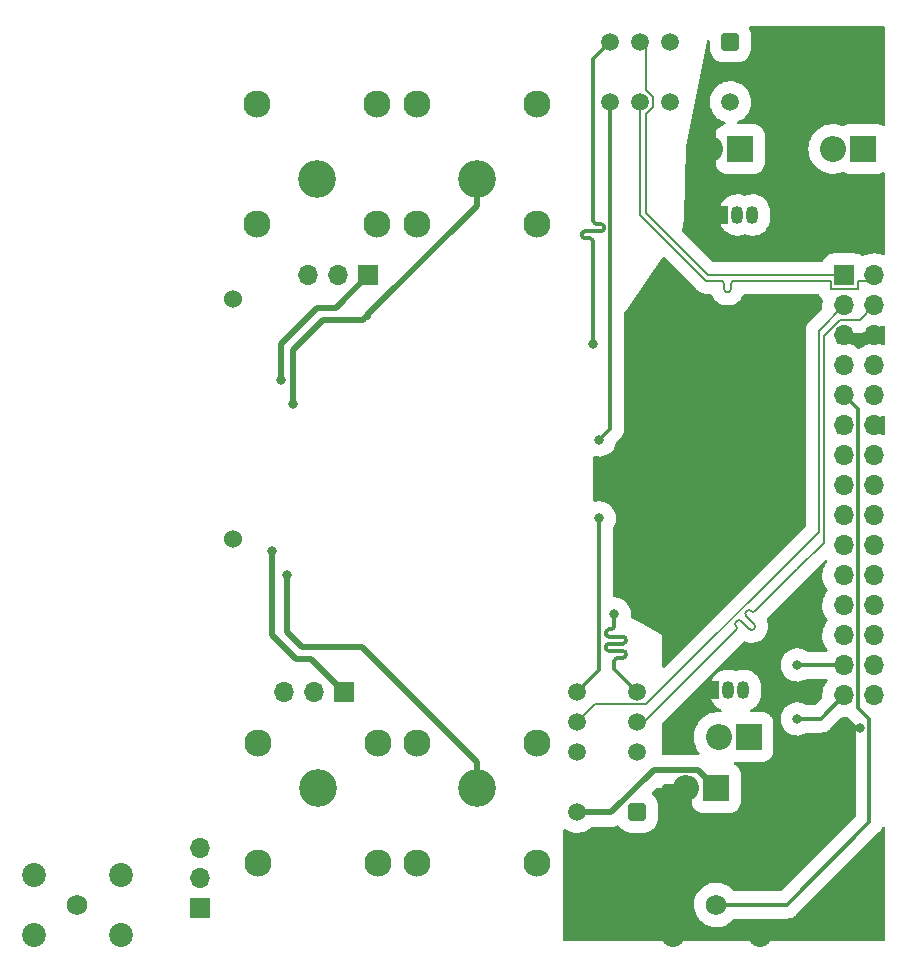
<source format=gbl>
%TF.GenerationSoftware,KiCad,Pcbnew,(6.0.9-0)*%
%TF.CreationDate,2023-03-20T13:18:36-04:00*%
%TF.ProjectId,dad_bod_02,6461645f-626f-4645-9f30-322e6b696361,rev?*%
%TF.SameCoordinates,Original*%
%TF.FileFunction,Copper,L2,Bot*%
%TF.FilePolarity,Positive*%
%FSLAX46Y46*%
G04 Gerber Fmt 4.6, Leading zero omitted, Abs format (unit mm)*
G04 Created by KiCad (PCBNEW (6.0.9-0)) date 2023-03-20 13:18:36*
%MOMM*%
%LPD*%
G01*
G04 APERTURE LIST*
G04 Aperture macros list*
%AMRoundRect*
0 Rectangle with rounded corners*
0 $1 Rounding radius*
0 $2 $3 $4 $5 $6 $7 $8 $9 X,Y pos of 4 corners*
0 Add a 4 corners polygon primitive as box body*
4,1,4,$2,$3,$4,$5,$6,$7,$8,$9,$2,$3,0*
0 Add four circle primitives for the rounded corners*
1,1,$1+$1,$2,$3*
1,1,$1+$1,$4,$5*
1,1,$1+$1,$6,$7*
1,1,$1+$1,$8,$9*
0 Add four rect primitives between the rounded corners*
20,1,$1+$1,$2,$3,$4,$5,0*
20,1,$1+$1,$4,$5,$6,$7,0*
20,1,$1+$1,$6,$7,$8,$9,0*
20,1,$1+$1,$8,$9,$2,$3,0*%
G04 Aperture macros list end*
%TA.AperFunction,ComponentPad*%
%ADD10C,1.524000*%
%TD*%
%TA.AperFunction,ComponentPad*%
%ADD11R,2.200000X2.200000*%
%TD*%
%TA.AperFunction,ComponentPad*%
%ADD12O,2.200000X2.200000*%
%TD*%
%TA.AperFunction,ComponentPad*%
%ADD13C,3.200000*%
%TD*%
%TA.AperFunction,ComponentPad*%
%ADD14C,2.300000*%
%TD*%
%TA.AperFunction,ComponentPad*%
%ADD15C,1.755000*%
%TD*%
%TA.AperFunction,ComponentPad*%
%ADD16C,2.025000*%
%TD*%
%TA.AperFunction,ComponentPad*%
%ADD17R,1.700000X1.700000*%
%TD*%
%TA.AperFunction,ComponentPad*%
%ADD18O,1.700000X1.700000*%
%TD*%
%TA.AperFunction,ComponentPad*%
%ADD19RoundRect,0.250500X-0.499500X0.499500X-0.499500X-0.499500X0.499500X-0.499500X0.499500X0.499500X0*%
%TD*%
%TA.AperFunction,ComponentPad*%
%ADD20C,1.500000*%
%TD*%
%TA.AperFunction,ComponentPad*%
%ADD21RoundRect,0.250500X0.499500X0.499500X-0.499500X0.499500X-0.499500X-0.499500X0.499500X-0.499500X0*%
%TD*%
%TA.AperFunction,ComponentPad*%
%ADD22R,1.050000X1.500000*%
%TD*%
%TA.AperFunction,ComponentPad*%
%ADD23O,1.050000X1.500000*%
%TD*%
%TA.AperFunction,ViaPad*%
%ADD24C,0.800000*%
%TD*%
%TA.AperFunction,Conductor*%
%ADD25C,0.500000*%
%TD*%
%TA.AperFunction,Conductor*%
%ADD26C,0.300000*%
%TD*%
%TA.AperFunction,Conductor*%
%ADD27C,0.200000*%
%TD*%
G04 APERTURE END LIST*
D10*
X113538000Y-107696000D03*
X113538000Y-87376000D03*
D11*
X166878000Y-74676000D03*
D12*
X164338000Y-74676000D03*
D11*
X157170234Y-124460000D03*
D12*
X154630234Y-124460000D03*
D11*
X156464000Y-74676000D03*
D12*
X153924000Y-74676000D03*
D11*
X154432000Y-128778000D03*
D12*
X151892000Y-128778000D03*
D13*
X134132000Y-77256000D03*
D14*
X139212000Y-81056000D03*
X139212000Y-70896000D03*
X129052000Y-81056000D03*
X129052000Y-70896000D03*
D13*
X120650000Y-77256000D03*
D14*
X125730000Y-70896000D03*
X125730000Y-81056000D03*
X115570000Y-81056000D03*
X115570000Y-70896000D03*
D13*
X134132000Y-128808000D03*
D14*
X139212000Y-125008000D03*
X129052000Y-125008000D03*
X129052000Y-135168000D03*
X139212000Y-135168000D03*
D13*
X120670000Y-128808000D03*
D14*
X115590000Y-135168000D03*
X125750000Y-135168000D03*
X115590000Y-125008000D03*
X125750000Y-125008000D03*
D15*
X100330000Y-138684000D03*
D16*
X104030000Y-141224000D03*
X104030000Y-136144000D03*
X96630000Y-136144000D03*
X96630000Y-141224000D03*
D17*
X124953000Y-85384000D03*
D18*
X122413000Y-85384000D03*
X119873000Y-85384000D03*
D17*
X122936000Y-120650000D03*
D18*
X120396000Y-120650000D03*
X117856000Y-120650000D03*
D19*
X155629500Y-65604500D03*
D20*
X150549500Y-65604500D03*
X148009500Y-65604500D03*
X145469500Y-65604500D03*
X145469500Y-70684500D03*
X148009500Y-70684500D03*
X150549500Y-70684500D03*
X155629500Y-70684500D03*
D21*
X147755500Y-130810000D03*
D20*
X147755500Y-125730000D03*
X147755500Y-123190000D03*
X147755500Y-120650000D03*
X142675500Y-120650000D03*
X142675500Y-123190000D03*
X142675500Y-125730000D03*
X142675500Y-130810000D03*
D22*
X154940000Y-80264000D03*
D23*
X156210000Y-80264000D03*
X157480000Y-80264000D03*
D22*
X154178000Y-120502000D03*
D23*
X155448000Y-120502000D03*
X156718000Y-120502000D03*
D17*
X110744000Y-138938000D03*
D18*
X110744000Y-136398000D03*
X110744000Y-133858000D03*
D17*
X165257500Y-85374000D03*
D18*
X167797500Y-85374000D03*
X165257500Y-87914000D03*
X167797500Y-87914000D03*
X165257500Y-90454000D03*
X167797500Y-90454000D03*
X165257500Y-92994000D03*
X167797500Y-92994000D03*
X165257500Y-95534000D03*
X167797500Y-95534000D03*
X165257500Y-98074000D03*
X167797500Y-98074000D03*
X165257500Y-100614000D03*
X167797500Y-100614000D03*
X165257500Y-103154000D03*
X167797500Y-103154000D03*
X165257500Y-105694000D03*
X167797500Y-105694000D03*
X165257500Y-108234000D03*
X167797500Y-108234000D03*
X165257500Y-110774000D03*
X167797500Y-110774000D03*
X165257500Y-113314000D03*
X167797500Y-113314000D03*
X165257500Y-115854000D03*
X167797500Y-115854000D03*
X165257500Y-118394000D03*
X167797500Y-118394000D03*
X165257500Y-120934000D03*
X167797500Y-120934000D03*
D15*
X154432500Y-138684000D03*
D16*
X158132500Y-141224000D03*
X158132500Y-136144000D03*
X150732500Y-136144000D03*
X150732500Y-141224000D03*
D24*
X118110000Y-110744000D03*
X117602000Y-94234000D03*
X116840000Y-108712000D03*
X163322000Y-140970000D03*
X164084000Y-131572000D03*
X167640000Y-82042000D03*
X167640000Y-78232000D03*
X159766000Y-76962000D03*
X149098000Y-109474000D03*
X165354000Y-66802000D03*
X157734000Y-116840000D03*
X150622000Y-109474000D03*
X162814000Y-131572000D03*
X147828000Y-109474000D03*
X165862000Y-140970000D03*
X151638000Y-124968000D03*
X147574000Y-94996000D03*
X164592000Y-140970000D03*
X161544000Y-131572000D03*
X167894000Y-135890000D03*
X167132000Y-68580000D03*
X165608000Y-123698000D03*
X166243000Y-67691000D03*
X161036000Y-76962000D03*
X167894000Y-137414000D03*
X167894000Y-138938000D03*
X150368000Y-94996000D03*
X148844000Y-94996000D03*
X166624000Y-123698000D03*
X152146000Y-123190000D03*
X144018000Y-91186000D03*
X144526000Y-99314000D03*
X144526000Y-105918000D03*
X145796000Y-114046000D03*
X161290000Y-122936000D03*
X161290000Y-118364000D03*
X118618000Y-96266000D03*
D25*
X124426741Y-116840000D02*
X119380000Y-116840000D01*
X119380000Y-116840000D02*
X118110000Y-115570000D01*
X134132000Y-126545259D02*
X124426741Y-116840000D01*
X118110000Y-115570000D02*
X118110000Y-110744000D01*
X134132000Y-128808000D02*
X134132000Y-126545259D01*
X117602000Y-91186000D02*
X117602000Y-94234000D01*
X122199000Y-88138000D02*
X120650000Y-88138000D01*
X124953000Y-85384000D02*
X122199000Y-88138000D01*
X120650000Y-88138000D02*
X117602000Y-91186000D01*
X122936000Y-120650000D02*
X120142000Y-117856000D01*
X120142000Y-117856000D02*
X118872000Y-117856000D01*
X116840000Y-115824000D02*
X116840000Y-108712000D01*
X118872000Y-117856000D02*
X116840000Y-115824000D01*
D26*
X143718000Y-81650000D02*
X144668000Y-81650000D01*
X144018000Y-67056000D02*
X145469500Y-65604500D01*
X143718000Y-82250000D02*
X143318000Y-82250000D01*
X144018000Y-80300005D02*
X144018000Y-67056000D01*
X144018000Y-80750000D02*
X144018000Y-80300005D01*
X144668000Y-81050000D02*
X144318000Y-81050000D01*
X143318000Y-81650000D02*
X143718000Y-81650000D01*
X144018000Y-91186000D02*
X144018000Y-82550000D01*
X143718000Y-82250000D02*
G75*
G02*
X144018000Y-82550000I0J-300000D01*
G01*
X144668000Y-81050000D02*
G75*
G02*
X144968000Y-81350000I0J-300000D01*
G01*
X143318000Y-81650000D02*
G75*
G03*
X143018000Y-81950000I0J-300000D01*
G01*
X143018000Y-81950000D02*
G75*
G03*
X143318000Y-82250000I300000J0D01*
G01*
X144968000Y-81350000D02*
G75*
G02*
X144668000Y-81650000I-300000J0D01*
G01*
X144018000Y-80750000D02*
G75*
G03*
X144318000Y-81050000I300000J0D01*
G01*
X145469500Y-70684500D02*
X145469500Y-98370500D01*
X145469500Y-98370500D02*
X144526000Y-99314000D01*
X144526000Y-118799500D02*
X142675500Y-120650000D01*
X144526000Y-105918000D02*
X144526000Y-118799500D01*
X145346000Y-115962000D02*
X145496000Y-115962000D01*
X145796000Y-117162000D02*
X146496000Y-117162000D01*
X145796000Y-118690500D02*
X147755500Y-120650000D01*
X145496000Y-115962000D02*
X146496000Y-115962000D01*
X146496000Y-116562000D02*
X145796000Y-116562000D01*
X146496000Y-117762000D02*
X146096000Y-117762000D01*
X145796000Y-116562000D02*
X145346000Y-116562000D01*
X145796000Y-118062000D02*
X145796000Y-118690500D01*
X145346000Y-117162000D02*
X145796000Y-117162000D01*
X145796000Y-114046000D02*
X145796000Y-115062000D01*
X145496000Y-115362000D02*
X145346000Y-115362000D01*
X145046000Y-115662000D02*
G75*
G02*
X145346000Y-115362000I300000J0D01*
G01*
X145046000Y-116862000D02*
G75*
G02*
X145346000Y-116562000I300000J0D01*
G01*
X145346000Y-117162000D02*
G75*
G02*
X145046000Y-116862000I0J300000D01*
G01*
X146796000Y-116262000D02*
G75*
G03*
X146496000Y-115962000I-300000J0D01*
G01*
X145496000Y-115362000D02*
G75*
G03*
X145796000Y-115062000I0J300000D01*
G01*
X146496000Y-117762000D02*
G75*
G03*
X146796000Y-117462000I0J300000D01*
G01*
X145796000Y-118062000D02*
G75*
G02*
X146096000Y-117762000I300000J0D01*
G01*
X145346000Y-115962000D02*
G75*
G02*
X145046000Y-115662000I0J300000D01*
G01*
X146796000Y-117462000D02*
G75*
G03*
X146496000Y-117162000I-300000J0D01*
G01*
X146496000Y-116562000D02*
G75*
G03*
X146796000Y-116262000I0J300000D01*
G01*
D25*
X154432000Y-128778000D02*
X152882000Y-127228000D01*
X145542000Y-130810000D02*
X142675500Y-130810000D01*
X149124000Y-127228000D02*
X145542000Y-130810000D01*
X152882000Y-127228000D02*
X149124000Y-127228000D01*
D27*
X120670000Y-77256000D02*
X120239390Y-77256000D01*
D26*
X163255500Y-122936000D02*
X161290000Y-122936000D01*
X165257500Y-120934000D02*
X163255500Y-122936000D01*
X165257500Y-118394000D02*
X161320000Y-118394000D01*
X161320000Y-118394000D02*
X161290000Y-118364000D01*
D27*
X155084000Y-86524000D02*
X155084000Y-86124000D01*
X164107500Y-85824000D02*
X155984000Y-85824000D01*
X167347500Y-85824000D02*
X166407500Y-85824000D01*
X154734000Y-85824000D02*
X153577800Y-85824000D01*
X154784000Y-85824000D02*
X154734000Y-85824000D01*
X155684000Y-86124000D02*
X155684000Y-86524000D01*
X166407500Y-86524000D02*
X164107500Y-86524000D01*
X166407500Y-85824000D02*
X166407500Y-86524000D01*
X148009500Y-80255700D02*
X148009500Y-70684500D01*
X167797500Y-85374000D02*
X167347500Y-85824000D01*
X153577800Y-85824000D02*
X148009500Y-80255700D01*
X164107500Y-86524000D02*
X164107500Y-85824000D01*
X155084000Y-86524000D02*
G75*
G03*
X155384000Y-86824000I300000J0D01*
G01*
X155684000Y-86124000D02*
G75*
G02*
X155984000Y-85824000I300000J0D01*
G01*
X155384000Y-86824000D02*
G75*
G03*
X155684000Y-86524000I0J300000D01*
G01*
X154784000Y-85824000D02*
G75*
G02*
X155084000Y-86124000I0J-300000D01*
G01*
X149059500Y-71119425D02*
X148459500Y-71719425D01*
X148459500Y-69649575D02*
X149059500Y-70249575D01*
X149059500Y-70249575D02*
X149059500Y-71119425D01*
X153764200Y-85374000D02*
X165257500Y-85374000D01*
X148459500Y-80069300D02*
X153764200Y-85374000D01*
X148009500Y-65604500D02*
X148459500Y-66054500D01*
X148459500Y-71719425D02*
X148459500Y-80069300D01*
X148459500Y-66054500D02*
X148459500Y-69649575D01*
X156178363Y-114640529D02*
X156107652Y-114711239D01*
X156107651Y-115418346D02*
X156107652Y-115418346D01*
X157132957Y-114393040D02*
X157627933Y-114888017D01*
X157026893Y-113791999D02*
X157026892Y-113792000D01*
X156107652Y-115418346D02*
X148336000Y-123190000D01*
X161290000Y-110236000D02*
X157734000Y-113792000D01*
X157203669Y-115312281D02*
X156708695Y-114817307D01*
X164931154Y-89154000D02*
X163547000Y-90538154D01*
X163547000Y-108013575D02*
X163512425Y-108013575D01*
X163547000Y-90538154D02*
X163547000Y-108013575D01*
X166557500Y-89154000D02*
X164931154Y-89154000D01*
X163512425Y-108013575D02*
X161290000Y-110236000D01*
X157026892Y-113792000D02*
X156956181Y-113862710D01*
X156708695Y-114817307D02*
X156531917Y-114640529D01*
X148336000Y-123190000D02*
X147755500Y-123190000D01*
X167797500Y-87914000D02*
X166557500Y-89154000D01*
X156956181Y-114216264D02*
X157132957Y-114393040D01*
X157203670Y-115312280D02*
G75*
G03*
X157627932Y-115312280I212131J212131D01*
G01*
X157380446Y-113792000D02*
G75*
G03*
X157734000Y-113792000I176777J176778D01*
G01*
X156956168Y-114216277D02*
G75*
G02*
X156956181Y-113862710I176832J176777D01*
G01*
X156107681Y-115418376D02*
G75*
G03*
X156107651Y-115064794I-176781J176776D01*
G01*
X156107668Y-115064777D02*
G75*
G02*
X156107652Y-114711239I176732J176777D01*
G01*
X156178363Y-114640529D02*
G75*
G02*
X156531917Y-114640529I176777J-176778D01*
G01*
X157627884Y-115312232D02*
G75*
G03*
X157627933Y-114888017I-212084J212132D01*
G01*
X157026925Y-113792031D02*
G75*
G02*
X157380445Y-113792001I176775J-176769D01*
G01*
X163097000Y-107094800D02*
X163097000Y-90074500D01*
X163097000Y-90074500D02*
X165257500Y-87914000D01*
X144165500Y-121700000D02*
X148491800Y-121700000D01*
X142675500Y-123190000D02*
X144165500Y-121700000D01*
X148491800Y-121700000D02*
X163097000Y-107094800D01*
D26*
X165257500Y-95534000D02*
X166457500Y-96734000D01*
X166457500Y-122007500D02*
X167386000Y-122936000D01*
X160381866Y-138684000D02*
X154940000Y-138684000D01*
X167386000Y-131679866D02*
X160381866Y-138684000D01*
X166457500Y-96734000D02*
X166457500Y-122007500D01*
X167386000Y-122936000D02*
X167386000Y-131679866D01*
D25*
X134132000Y-77256000D02*
X134132000Y-79518741D01*
X124496741Y-89154000D02*
X121158000Y-89154000D01*
X121158000Y-89154000D02*
X118618000Y-91694000D01*
X124968000Y-88682741D02*
X124496741Y-89154000D01*
X118618000Y-91694000D02*
X118618000Y-96266000D01*
X124968000Y-88682741D02*
X124968000Y-88900000D01*
X134132000Y-79518741D02*
X124968000Y-88682741D01*
%TA.AperFunction,Conductor*%
G36*
X163730722Y-109455786D02*
G01*
X163787558Y-109498333D01*
X163812369Y-109564853D01*
X163797278Y-109634227D01*
X163785640Y-109651848D01*
X163723078Y-109731208D01*
X163591455Y-109957813D01*
X163493074Y-110200703D01*
X163429899Y-110455032D01*
X163403188Y-110715726D01*
X163413477Y-110977582D01*
X163460558Y-111235376D01*
X163543494Y-111483965D01*
X163660628Y-111718387D01*
X163809624Y-111933967D01*
X163833355Y-111959638D01*
X163864906Y-112023237D01*
X163857065Y-112093800D01*
X163839779Y-112123171D01*
X163725838Y-112267705D01*
X163725828Y-112267719D01*
X163723078Y-112271208D01*
X163591455Y-112497813D01*
X163493074Y-112740703D01*
X163429899Y-112995032D01*
X163403188Y-113255726D01*
X163413477Y-113517582D01*
X163460558Y-113775376D01*
X163543494Y-114023965D01*
X163556185Y-114049364D01*
X163642330Y-114221766D01*
X163660628Y-114258387D01*
X163809624Y-114473967D01*
X163833355Y-114499638D01*
X163864906Y-114563237D01*
X163857065Y-114633800D01*
X163839779Y-114663171D01*
X163725838Y-114807705D01*
X163725828Y-114807719D01*
X163723078Y-114811208D01*
X163720846Y-114815050D01*
X163720843Y-114815055D01*
X163633400Y-114965599D01*
X163591455Y-115037813D01*
X163493074Y-115280703D01*
X163429899Y-115535032D01*
X163403188Y-115795726D01*
X163413477Y-116057582D01*
X163460558Y-116315376D01*
X163543494Y-116563965D01*
X163545487Y-116567953D01*
X163617271Y-116711615D01*
X163660628Y-116798387D01*
X163663157Y-116802046D01*
X163804843Y-117007049D01*
X163809624Y-117013967D01*
X163826268Y-117031972D01*
X163857820Y-117095570D01*
X163849979Y-117166132D01*
X163805235Y-117221254D01*
X163733743Y-117243500D01*
X162174752Y-117243500D01*
X162106631Y-117223498D01*
X162096660Y-117216382D01*
X162071735Y-117196697D01*
X162071730Y-117196694D01*
X162067681Y-117193496D01*
X162063165Y-117191003D01*
X162063162Y-117191001D01*
X161870589Y-117084695D01*
X161870585Y-117084693D01*
X161866065Y-117082198D01*
X161861196Y-117080474D01*
X161861192Y-117080472D01*
X161653853Y-117007049D01*
X161653849Y-117007048D01*
X161648978Y-117005323D01*
X161643885Y-117004416D01*
X161643882Y-117004415D01*
X161547707Y-116987284D01*
X161422250Y-116964937D01*
X161335802Y-116963881D01*
X161197141Y-116962186D01*
X161197139Y-116962186D01*
X161191971Y-116962123D01*
X160964325Y-116996958D01*
X160745424Y-117068506D01*
X160541149Y-117174845D01*
X160356984Y-117313119D01*
X160197877Y-117479616D01*
X160194963Y-117483888D01*
X160194962Y-117483889D01*
X160105281Y-117615356D01*
X160068099Y-117669863D01*
X160065923Y-117674552D01*
X160065919Y-117674558D01*
X159973315Y-117874057D01*
X159971136Y-117878752D01*
X159909592Y-118100673D01*
X159885119Y-118329665D01*
X159898376Y-118559580D01*
X159899513Y-118564626D01*
X159899514Y-118564632D01*
X159914176Y-118629692D01*
X159949006Y-118784242D01*
X159950948Y-118789024D01*
X159950949Y-118789028D01*
X160015953Y-118949112D01*
X160035649Y-118997618D01*
X160050844Y-119022414D01*
X160143042Y-119172866D01*
X160155979Y-119193978D01*
X160306763Y-119368048D01*
X160483953Y-119515154D01*
X160682790Y-119631345D01*
X160897934Y-119713501D01*
X160903000Y-119714532D01*
X160903001Y-119714532D01*
X161003697Y-119735018D01*
X161123607Y-119759414D01*
X161253352Y-119764172D01*
X161348585Y-119767664D01*
X161348589Y-119767664D01*
X161353749Y-119767853D01*
X161358869Y-119767197D01*
X161358871Y-119767197D01*
X161428272Y-119758307D01*
X161582178Y-119738591D01*
X161587126Y-119737106D01*
X161587133Y-119737105D01*
X161797811Y-119673898D01*
X161797810Y-119673898D01*
X161802761Y-119672413D01*
X161913509Y-119618158D01*
X162004923Y-119573375D01*
X162004928Y-119573372D01*
X162009574Y-119571096D01*
X162013809Y-119568075D01*
X162014027Y-119567920D01*
X162014127Y-119567888D01*
X162018227Y-119565444D01*
X162018793Y-119566394D01*
X162087193Y-119544500D01*
X163736625Y-119544500D01*
X163804746Y-119564502D01*
X163851239Y-119618158D01*
X163861343Y-119688432D01*
X163835575Y-119748505D01*
X163795907Y-119798825D01*
X163753151Y-119853061D01*
X163723078Y-119891208D01*
X163720846Y-119895050D01*
X163720843Y-119895055D01*
X163717169Y-119901381D01*
X163591455Y-120117813D01*
X163589790Y-120121925D01*
X163589787Y-120121930D01*
X163499363Y-120345177D01*
X163493074Y-120360703D01*
X163429899Y-120615032D01*
X163403188Y-120875726D01*
X163403363Y-120880178D01*
X163411819Y-121095395D01*
X163394507Y-121164249D01*
X163375011Y-121189437D01*
X162815853Y-121748595D01*
X162753541Y-121782621D01*
X162726758Y-121785500D01*
X162135066Y-121785500D01*
X162067843Y-121765203D01*
X162067681Y-121765496D01*
X162066312Y-121764740D01*
X162066311Y-121764740D01*
X162063158Y-121762999D01*
X161870589Y-121656695D01*
X161870585Y-121656693D01*
X161866065Y-121654198D01*
X161861196Y-121652474D01*
X161861192Y-121652472D01*
X161653853Y-121579049D01*
X161653849Y-121579048D01*
X161648978Y-121577323D01*
X161643885Y-121576416D01*
X161643882Y-121576415D01*
X161529629Y-121556064D01*
X161422250Y-121536937D01*
X161335802Y-121535881D01*
X161197141Y-121534186D01*
X161197139Y-121534186D01*
X161191971Y-121534123D01*
X160964325Y-121568958D01*
X160745424Y-121640506D01*
X160541149Y-121746845D01*
X160356984Y-121885119D01*
X160197877Y-122051616D01*
X160194963Y-122055888D01*
X160194962Y-122055889D01*
X160161681Y-122104677D01*
X160068099Y-122241863D01*
X160065923Y-122246552D01*
X160065919Y-122246558D01*
X159983322Y-122424499D01*
X159971136Y-122450752D01*
X159909592Y-122672673D01*
X159909043Y-122677810D01*
X159891684Y-122840240D01*
X159885119Y-122901665D01*
X159885416Y-122906817D01*
X159885416Y-122906821D01*
X159889686Y-122980873D01*
X159898376Y-123131580D01*
X159899513Y-123136626D01*
X159899514Y-123136632D01*
X159930592Y-123274531D01*
X159949006Y-123356242D01*
X159950948Y-123361024D01*
X159950949Y-123361028D01*
X160023611Y-123539972D01*
X160035649Y-123569618D01*
X160155979Y-123765978D01*
X160306763Y-123940048D01*
X160483953Y-124087154D01*
X160682790Y-124203345D01*
X160897934Y-124285501D01*
X160903000Y-124286532D01*
X160903001Y-124286532D01*
X161003697Y-124307018D01*
X161123607Y-124331414D01*
X161253352Y-124336172D01*
X161348585Y-124339664D01*
X161348589Y-124339664D01*
X161353749Y-124339853D01*
X161358869Y-124339197D01*
X161358871Y-124339197D01*
X161428272Y-124330307D01*
X161582178Y-124310591D01*
X161587126Y-124309106D01*
X161587133Y-124309105D01*
X161774882Y-124252777D01*
X161802761Y-124244413D01*
X162009574Y-124143096D01*
X162056084Y-124109921D01*
X162129252Y-124086500D01*
X163212463Y-124086500D01*
X163220703Y-124086770D01*
X163285746Y-124091033D01*
X163374191Y-124080564D01*
X163377450Y-124080223D01*
X163397273Y-124078401D01*
X163460306Y-124072610D01*
X163460309Y-124072609D01*
X163466060Y-124072081D01*
X163471622Y-124070512D01*
X163474661Y-124069949D01*
X163486981Y-124067499D01*
X163489994Y-124066858D01*
X163495727Y-124066180D01*
X163501244Y-124064467D01*
X163501248Y-124064466D01*
X163580701Y-124039795D01*
X163583864Y-124038858D01*
X163664007Y-124016256D01*
X163664021Y-124016251D01*
X163669569Y-124014686D01*
X163674744Y-124012134D01*
X163677633Y-124011025D01*
X163689252Y-124006389D01*
X163692146Y-124005190D01*
X163697663Y-124003477D01*
X163776436Y-123962033D01*
X163779367Y-123960539D01*
X163854024Y-123923723D01*
X163854029Y-123923720D01*
X163859210Y-123921165D01*
X163863841Y-123917707D01*
X163866535Y-123916056D01*
X163877118Y-123909379D01*
X163879691Y-123907708D01*
X163884792Y-123905024D01*
X163954715Y-123849902D01*
X163957317Y-123847905D01*
X164024009Y-123798104D01*
X164024010Y-123798103D01*
X164028633Y-123794651D01*
X164084811Y-123733878D01*
X164088240Y-123730313D01*
X165002852Y-122815701D01*
X165065164Y-122781675D01*
X165106756Y-122779669D01*
X165170107Y-122787167D01*
X165432092Y-122780993D01*
X165512845Y-122767552D01*
X165583325Y-122776098D01*
X165619061Y-122799317D01*
X165659621Y-122836810D01*
X165663187Y-122840240D01*
X166198595Y-123375648D01*
X166232621Y-123437960D01*
X166235500Y-123464743D01*
X166235500Y-131151123D01*
X166215498Y-131219244D01*
X166198595Y-131240218D01*
X159942219Y-137496595D01*
X159879907Y-137530621D01*
X159853124Y-137533500D01*
X155981154Y-137533500D01*
X155913033Y-137513498D01*
X155879803Y-137482360D01*
X155864190Y-137461221D01*
X155817491Y-137413782D01*
X155680747Y-137274874D01*
X155677616Y-137271693D01*
X155674076Y-137268992D01*
X155674070Y-137268986D01*
X155469740Y-137113046D01*
X155469736Y-137113043D01*
X155466199Y-137110344D01*
X155234156Y-136980394D01*
X154986118Y-136884436D01*
X154981793Y-136883433D01*
X154981788Y-136883432D01*
X154878116Y-136859402D01*
X154727034Y-136824383D01*
X154462074Y-136801435D01*
X154457639Y-136801679D01*
X154457635Y-136801679D01*
X154349748Y-136807617D01*
X154196523Y-136816049D01*
X153935681Y-136867934D01*
X153769162Y-136926411D01*
X153688959Y-136954576D01*
X153688956Y-136954577D01*
X153684751Y-136956054D01*
X153680798Y-136958107D01*
X153680792Y-136958110D01*
X153547788Y-137027201D01*
X153448741Y-137078652D01*
X153445126Y-137081235D01*
X153445120Y-137081239D01*
X153404392Y-137110344D01*
X153232360Y-137233280D01*
X153039925Y-137416854D01*
X152875275Y-137625711D01*
X152873038Y-137629563D01*
X152743930Y-137851837D01*
X152743927Y-137851843D01*
X152741696Y-137855684D01*
X152641854Y-138102184D01*
X152577739Y-138360292D01*
X152550632Y-138624860D01*
X152561073Y-138890607D01*
X152608855Y-139152233D01*
X152610259Y-139156442D01*
X152610261Y-139156449D01*
X152691611Y-139400286D01*
X152693022Y-139404515D01*
X152695014Y-139408502D01*
X152695015Y-139408504D01*
X152730780Y-139480080D01*
X152811897Y-139642422D01*
X152963108Y-139861205D01*
X153002063Y-139903346D01*
X153140621Y-140053238D01*
X153140626Y-140053243D01*
X153143637Y-140056500D01*
X153349882Y-140224410D01*
X153353699Y-140226708D01*
X153573912Y-140359287D01*
X153573916Y-140359289D01*
X153577728Y-140361584D01*
X153714990Y-140419707D01*
X153818526Y-140463550D01*
X153818531Y-140463552D01*
X153822629Y-140465287D01*
X153826926Y-140466426D01*
X153826931Y-140466428D01*
X153951164Y-140499367D01*
X154079699Y-140533447D01*
X154343808Y-140564707D01*
X154609687Y-140558441D01*
X154614085Y-140557709D01*
X154867640Y-140515506D01*
X154867644Y-140515505D01*
X154872030Y-140514775D01*
X154876271Y-140513434D01*
X154876274Y-140513433D01*
X155121358Y-140435923D01*
X155121360Y-140435922D01*
X155125604Y-140434580D01*
X155129615Y-140432654D01*
X155129620Y-140432652D01*
X155361329Y-140321387D01*
X155361330Y-140321386D01*
X155365348Y-140319457D01*
X155476534Y-140245165D01*
X155582772Y-140174179D01*
X155582776Y-140174176D01*
X155586480Y-140171701D01*
X155589797Y-140168730D01*
X155589801Y-140168727D01*
X155781268Y-139997235D01*
X155781269Y-139997234D01*
X155784586Y-139994263D01*
X155881119Y-139879423D01*
X155940262Y-139840150D01*
X155977569Y-139834500D01*
X160338829Y-139834500D01*
X160347069Y-139834770D01*
X160412112Y-139839033D01*
X160500557Y-139828564D01*
X160503816Y-139828223D01*
X160523639Y-139826401D01*
X160586672Y-139820610D01*
X160586675Y-139820609D01*
X160592426Y-139820081D01*
X160597988Y-139818512D01*
X160601027Y-139817949D01*
X160613347Y-139815499D01*
X160616360Y-139814858D01*
X160622093Y-139814180D01*
X160627610Y-139812467D01*
X160627614Y-139812466D01*
X160707067Y-139787795D01*
X160710230Y-139786858D01*
X160790373Y-139764256D01*
X160790387Y-139764251D01*
X160795935Y-139762686D01*
X160801110Y-139760134D01*
X160803999Y-139759025D01*
X160815618Y-139754389D01*
X160818512Y-139753190D01*
X160824029Y-139751477D01*
X160902802Y-139710033D01*
X160905733Y-139708539D01*
X160980390Y-139671723D01*
X160980395Y-139671720D01*
X160985576Y-139669165D01*
X160990207Y-139665707D01*
X160992901Y-139664056D01*
X161003484Y-139657379D01*
X161006057Y-139655708D01*
X161011158Y-139653024D01*
X161081081Y-139597902D01*
X161083683Y-139595905D01*
X161150375Y-139546104D01*
X161150376Y-139546103D01*
X161154999Y-139542651D01*
X161211177Y-139481878D01*
X161214606Y-139478313D01*
X168169087Y-132523832D01*
X168175105Y-132518195D01*
X168201659Y-132494908D01*
X168224119Y-132475211D01*
X168227693Y-132470678D01*
X168227701Y-132470669D01*
X168279232Y-132405301D01*
X168281308Y-132402737D01*
X168334521Y-132338755D01*
X168334524Y-132338751D01*
X168338219Y-132334308D01*
X168341043Y-132329266D01*
X168342844Y-132326645D01*
X168349729Y-132316341D01*
X168351448Y-132313695D01*
X168355024Y-132309158D01*
X168357715Y-132304044D01*
X168396465Y-132230393D01*
X168398038Y-132227495D01*
X168438715Y-132154860D01*
X168441537Y-132149821D01*
X168443394Y-132144349D01*
X168444681Y-132141459D01*
X168451029Y-132126683D01*
X168453476Y-132122032D01*
X168455605Y-132123152D01*
X168493649Y-132075950D01*
X168561014Y-132053536D01*
X168629804Y-132071100D01*
X168678178Y-132123066D01*
X168691500Y-132179456D01*
X168691500Y-141651500D01*
X168671498Y-141719621D01*
X168617842Y-141766114D01*
X168565500Y-141777500D01*
X141604000Y-141777500D01*
X141535879Y-141757498D01*
X141489386Y-141703842D01*
X141478000Y-141651500D01*
X141478000Y-132351324D01*
X141498002Y-132283203D01*
X141551658Y-132236710D01*
X141621932Y-132226606D01*
X141678504Y-132249712D01*
X141745275Y-132298670D01*
X141749410Y-132300846D01*
X141749414Y-132300848D01*
X141875274Y-132367066D01*
X141975533Y-132419815D01*
X142113299Y-132467925D01*
X142186567Y-132493511D01*
X142221167Y-132505594D01*
X142225760Y-132506466D01*
X142472193Y-132553253D01*
X142472196Y-132553253D01*
X142476782Y-132554124D01*
X142606773Y-132559232D01*
X142732095Y-132564156D01*
X142732101Y-132564156D01*
X142736763Y-132564339D01*
X142837989Y-132553253D01*
X142990745Y-132536524D01*
X142990750Y-132536523D01*
X142995398Y-132536014D01*
X142999922Y-132534823D01*
X143242482Y-132470962D01*
X143242484Y-132470961D01*
X143247005Y-132469771D01*
X143408119Y-132400551D01*
X143481763Y-132368911D01*
X143481765Y-132368910D01*
X143486057Y-132367066D01*
X143675699Y-132249712D01*
X143703320Y-132232620D01*
X143703322Y-132232618D01*
X143707303Y-132230155D01*
X143829530Y-132126683D01*
X143872468Y-132090333D01*
X143937383Y-132061584D01*
X143953879Y-132060500D01*
X145451138Y-132060500D01*
X145467585Y-132061578D01*
X145483853Y-132063720D01*
X145483855Y-132063720D01*
X145489422Y-132064453D01*
X145570270Y-132060640D01*
X145576207Y-132060500D01*
X145598630Y-132060500D01*
X145617517Y-132058815D01*
X145624452Y-132058196D01*
X145629713Y-132057837D01*
X145630499Y-132057800D01*
X145712398Y-132053937D01*
X145717861Y-132052686D01*
X145717867Y-132052685D01*
X145729711Y-132049972D01*
X145746645Y-132047290D01*
X145764339Y-132045711D01*
X145769755Y-132044229D01*
X145769757Y-132044229D01*
X145844181Y-132023869D01*
X145849299Y-132022583D01*
X145924521Y-132005355D01*
X145924522Y-132005355D01*
X145929987Y-132004103D01*
X145935141Y-132001905D01*
X145935152Y-132001901D01*
X145946326Y-131997134D01*
X145962517Y-131991495D01*
X145974233Y-131988290D01*
X145974232Y-131988290D01*
X145979651Y-131986808D01*
X146050897Y-131952825D01*
X146120993Y-131941551D01*
X146186056Y-131969964D01*
X146208607Y-131994640D01*
X146275116Y-132090333D01*
X146292397Y-132115197D01*
X146450303Y-132273103D01*
X146454909Y-132276304D01*
X146454911Y-132276306D01*
X146588152Y-132368911D01*
X146633676Y-132400551D01*
X146675753Y-132419815D01*
X146831615Y-132491174D01*
X146831617Y-132491175D01*
X146836720Y-132493511D01*
X146842161Y-132494908D01*
X147047812Y-132547711D01*
X147047814Y-132547711D01*
X147053016Y-132549047D01*
X147129911Y-132555301D01*
X147191276Y-132560293D01*
X147191286Y-132560293D01*
X147193826Y-132560500D01*
X148317174Y-132560500D01*
X148319714Y-132560293D01*
X148319724Y-132560293D01*
X148381089Y-132555301D01*
X148457984Y-132549047D01*
X148463186Y-132547711D01*
X148463188Y-132547711D01*
X148668839Y-132494908D01*
X148674280Y-132493511D01*
X148679383Y-132491175D01*
X148679385Y-132491174D01*
X148835247Y-132419815D01*
X148877324Y-132400551D01*
X148922848Y-132368911D01*
X149056089Y-132276306D01*
X149056091Y-132276304D01*
X149060697Y-132273103D01*
X149218603Y-132115197D01*
X149245881Y-132075950D01*
X149342850Y-131936430D01*
X149342851Y-131936428D01*
X149346051Y-131931824D01*
X149439011Y-131728780D01*
X149494547Y-131512484D01*
X149506000Y-131371674D01*
X149506000Y-130248326D01*
X149505757Y-130245332D01*
X149494982Y-130112870D01*
X149494547Y-130107516D01*
X149439011Y-129891220D01*
X149346051Y-129688176D01*
X149342850Y-129683570D01*
X149221806Y-129509411D01*
X149221804Y-129509409D01*
X149218603Y-129504803D01*
X149060697Y-129346897D01*
X149015049Y-129315171D01*
X148970527Y-129259869D01*
X148962972Y-129189276D01*
X148997864Y-129122611D01*
X149305570Y-128814905D01*
X149367882Y-128780879D01*
X149394665Y-128778000D01*
X149860000Y-128778000D01*
X149860000Y-128604500D01*
X149880002Y-128536379D01*
X149933658Y-128489886D01*
X149986000Y-128478500D01*
X152205500Y-128478500D01*
X152273621Y-128498502D01*
X152320114Y-128552158D01*
X152331500Y-128604500D01*
X152331500Y-129935816D01*
X152342234Y-130056087D01*
X152398259Y-130251470D01*
X152492427Y-130431596D01*
X152620891Y-130589109D01*
X152778404Y-130717573D01*
X152958530Y-130811741D01*
X153153913Y-130867766D01*
X153185545Y-130870589D01*
X153271391Y-130878251D01*
X153271397Y-130878251D01*
X153274184Y-130878500D01*
X155589816Y-130878500D01*
X155592603Y-130878251D01*
X155592609Y-130878251D01*
X155678455Y-130870589D01*
X155710087Y-130867766D01*
X155905470Y-130811741D01*
X156085596Y-130717573D01*
X156243109Y-130589109D01*
X156371573Y-130431596D01*
X156465741Y-130251470D01*
X156521766Y-130056087D01*
X156532500Y-129935816D01*
X156532500Y-127620184D01*
X156521766Y-127499913D01*
X156465741Y-127304530D01*
X156371573Y-127124404D01*
X156243109Y-126966891D01*
X156085596Y-126838427D01*
X156008575Y-126798161D01*
X155957474Y-126748876D01*
X155941130Y-126679786D01*
X155964734Y-126612828D01*
X156020790Y-126569260D01*
X156066951Y-126560500D01*
X158328050Y-126560500D01*
X158330837Y-126560251D01*
X158330843Y-126560251D01*
X158416689Y-126552589D01*
X158448321Y-126549766D01*
X158643704Y-126493741D01*
X158823830Y-126399573D01*
X158981343Y-126271109D01*
X159109807Y-126113596D01*
X159203975Y-125933470D01*
X159260000Y-125738087D01*
X159270734Y-125617816D01*
X159270734Y-123302184D01*
X159260000Y-123181913D01*
X159203975Y-122986530D01*
X159114676Y-122815718D01*
X159112763Y-122812058D01*
X159112762Y-122812057D01*
X159109807Y-122806404D01*
X159089083Y-122780993D01*
X158985372Y-122653831D01*
X158981343Y-122648891D01*
X158869414Y-122557604D01*
X158828774Y-122524459D01*
X158828773Y-122524458D01*
X158823830Y-122520427D01*
X158643704Y-122426259D01*
X158448321Y-122370234D01*
X158416689Y-122367411D01*
X158330843Y-122359749D01*
X158330837Y-122359749D01*
X158328050Y-122359500D01*
X157395161Y-122359500D01*
X157327040Y-122339498D01*
X157280547Y-122285842D01*
X157270443Y-122215568D01*
X157299937Y-122150988D01*
X157341911Y-122119305D01*
X157349261Y-122115878D01*
X157376917Y-122102982D01*
X157469378Y-122059867D01*
X157469382Y-122059865D01*
X157473960Y-122057730D01*
X157478142Y-122054888D01*
X157672807Y-121922594D01*
X157672811Y-121922591D01*
X157676994Y-121919748D01*
X157855356Y-121751080D01*
X157860421Y-121744455D01*
X158001383Y-121560084D01*
X158001386Y-121560080D01*
X158004456Y-121556064D01*
X158014226Y-121537844D01*
X158118067Y-121344180D01*
X158120459Y-121339719D01*
X158163492Y-121214745D01*
X158198732Y-121112400D01*
X158200381Y-121107611D01*
X158240434Y-120875726D01*
X158241489Y-120869620D01*
X158241490Y-120869614D01*
X158242164Y-120865710D01*
X158243500Y-120836290D01*
X158243500Y-120215314D01*
X158237303Y-120138290D01*
X158229182Y-120037349D01*
X158229181Y-120037344D01*
X158228776Y-120032308D01*
X158194119Y-119891208D01*
X158171427Y-119798825D01*
X158170220Y-119793911D01*
X158146108Y-119737105D01*
X158076278Y-119572598D01*
X158076278Y-119572597D01*
X158074302Y-119567943D01*
X157943490Y-119360217D01*
X157852793Y-119257341D01*
X157784497Y-119179874D01*
X157784494Y-119179871D01*
X157781149Y-119176077D01*
X157706410Y-119114686D01*
X157595362Y-119023470D01*
X157595359Y-119023468D01*
X157591456Y-119020262D01*
X157379291Y-118896779D01*
X157150113Y-118808805D01*
X157145167Y-118807772D01*
X157145161Y-118807770D01*
X156914772Y-118759640D01*
X156914773Y-118759640D01*
X156909818Y-118758605D01*
X156904769Y-118758376D01*
X156904763Y-118758375D01*
X156792846Y-118753293D01*
X156664588Y-118747469D01*
X156659568Y-118748050D01*
X156659564Y-118748050D01*
X156425762Y-118775102D01*
X156420732Y-118775684D01*
X156415861Y-118777062D01*
X156415858Y-118777063D01*
X156307343Y-118807770D01*
X156184523Y-118842525D01*
X156135211Y-118865519D01*
X156065021Y-118876180D01*
X156036808Y-118868955D01*
X155884833Y-118810617D01*
X155884835Y-118810617D01*
X155880113Y-118808805D01*
X155875167Y-118807772D01*
X155875161Y-118807770D01*
X155644772Y-118759640D01*
X155644773Y-118759640D01*
X155639818Y-118758605D01*
X155634769Y-118758376D01*
X155634763Y-118758375D01*
X155522846Y-118753293D01*
X155394588Y-118747469D01*
X155389568Y-118748050D01*
X155389564Y-118748050D01*
X155155762Y-118775102D01*
X155150732Y-118775684D01*
X155145861Y-118777062D01*
X155145858Y-118777063D01*
X155037456Y-118807738D01*
X154914523Y-118842525D01*
X154803282Y-118894397D01*
X154696622Y-118944133D01*
X154696618Y-118944135D01*
X154692040Y-118946270D01*
X154687859Y-118949112D01*
X154687858Y-118949112D01*
X154493193Y-119081406D01*
X154493189Y-119081409D01*
X154489006Y-119084252D01*
X154310644Y-119252920D01*
X154307566Y-119256946D01*
X154307565Y-119256947D01*
X154164617Y-119443916D01*
X154164614Y-119443920D01*
X154161544Y-119447936D01*
X154045541Y-119664281D01*
X154043895Y-119669062D01*
X154043893Y-119669066D01*
X154000905Y-119793911D01*
X153965619Y-119896389D01*
X153964757Y-119901381D01*
X153926662Y-120121930D01*
X153923836Y-120138290D01*
X153922500Y-120167710D01*
X153922500Y-120788686D01*
X153922702Y-120791194D01*
X153922702Y-120791199D01*
X153929012Y-120869620D01*
X153937224Y-120971692D01*
X153938429Y-120976600D01*
X153938430Y-120976603D01*
X153980751Y-121148903D01*
X153995780Y-121210089D01*
X154091698Y-121436057D01*
X154222510Y-121643783D01*
X154260726Y-121687131D01*
X154329148Y-121764740D01*
X154384851Y-121827923D01*
X154388759Y-121831133D01*
X154388760Y-121831134D01*
X154570638Y-121980530D01*
X154570641Y-121980532D01*
X154574544Y-121983738D01*
X154786709Y-122107221D01*
X154791427Y-122109032D01*
X154791433Y-122109035D01*
X154810923Y-122116516D01*
X154867351Y-122159602D01*
X154891527Y-122226356D01*
X154875775Y-122295583D01*
X154825097Y-122345305D01*
X154765109Y-122360145D01*
X154703863Y-122359824D01*
X154502320Y-122358769D01*
X154502314Y-122358769D01*
X154498034Y-122358747D01*
X154493790Y-122359306D01*
X154493786Y-122359306D01*
X154410780Y-122370234D01*
X154214085Y-122396129D01*
X154209945Y-122397262D01*
X154209943Y-122397262D01*
X154133154Y-122418269D01*
X153937836Y-122471702D01*
X153933888Y-122473386D01*
X153678351Y-122582382D01*
X153678347Y-122582384D01*
X153674399Y-122584068D01*
X153428649Y-122731146D01*
X153425298Y-122733830D01*
X153425296Y-122733832D01*
X153327654Y-122812058D01*
X153205134Y-122910215D01*
X153007989Y-123117962D01*
X152840863Y-123350543D01*
X152706848Y-123603653D01*
X152608424Y-123872610D01*
X152547412Y-124152436D01*
X152524941Y-124437953D01*
X152541428Y-124723878D01*
X152542253Y-124728083D01*
X152542254Y-124728091D01*
X152574087Y-124890342D01*
X152596566Y-125004920D01*
X152689336Y-125275878D01*
X152818021Y-125531740D01*
X152820447Y-125535269D01*
X152820450Y-125535275D01*
X152877179Y-125617816D01*
X152980240Y-125767770D01*
X152983128Y-125770944D01*
X152984695Y-125772921D01*
X153011332Y-125838731D01*
X152998161Y-125908495D01*
X152949363Y-125960064D01*
X152887930Y-125977169D01*
X152870293Y-125977446D01*
X152867892Y-125977484D01*
X152865916Y-125977500D01*
X149986000Y-125977500D01*
X149917879Y-125957498D01*
X149871386Y-125903842D01*
X149860000Y-125851500D01*
X149860000Y-123274531D01*
X149880002Y-123206410D01*
X149896905Y-123185436D01*
X156684871Y-116397469D01*
X156747183Y-116363443D01*
X156822184Y-116370155D01*
X156977112Y-116434328D01*
X156981685Y-116436222D01*
X157055731Y-116453999D01*
X157191224Y-116486528D01*
X157191230Y-116486529D01*
X157196037Y-116487683D01*
X157415801Y-116504979D01*
X157635565Y-116487683D01*
X157640372Y-116486529D01*
X157640378Y-116486528D01*
X157775871Y-116453999D01*
X157849917Y-116436222D01*
X157854490Y-116434328D01*
X158049006Y-116353757D01*
X158049010Y-116353755D01*
X158053580Y-116351862D01*
X158106228Y-116319599D01*
X158237325Y-116239263D01*
X158237331Y-116239259D01*
X158241539Y-116236680D01*
X158245294Y-116233473D01*
X158245298Y-116233470D01*
X158322457Y-116167569D01*
X158328911Y-116162413D01*
X158365015Y-116135459D01*
X158367373Y-116133699D01*
X158367445Y-116133631D01*
X158367466Y-116133615D01*
X158390650Y-116111615D01*
X158390659Y-116111607D01*
X158407025Y-116096080D01*
X158407027Y-116096078D01*
X158409350Y-116093874D01*
X158409368Y-116093853D01*
X158409438Y-116093786D01*
X158411086Y-116091804D01*
X158411095Y-116091795D01*
X158431278Y-116067528D01*
X158432349Y-116066257D01*
X158462469Y-116030999D01*
X158552211Y-115925948D01*
X158554795Y-115921733D01*
X158554799Y-115921727D01*
X158664823Y-115742229D01*
X158667411Y-115738007D01*
X158751792Y-115534359D01*
X158803276Y-115320018D01*
X158806701Y-115276570D01*
X158820208Y-115105201D01*
X158820208Y-115105197D01*
X158820597Y-115100262D01*
X158803327Y-114880502D01*
X158751892Y-114666149D01*
X158685796Y-114506527D01*
X158678215Y-114435936D01*
X158713115Y-114369227D01*
X163597595Y-109484747D01*
X163659907Y-109450721D01*
X163730722Y-109455786D01*
G37*
%TD.AperFunction*%
%TA.AperFunction,Conductor*%
G36*
X150050073Y-83852615D02*
G01*
X152726383Y-86528925D01*
X152733315Y-86537135D01*
X152733551Y-86536931D01*
X152737466Y-86541467D01*
X152740937Y-86546360D01*
X152745268Y-86550506D01*
X152807430Y-86610013D01*
X152809394Y-86611936D01*
X152836730Y-86639272D01*
X152839039Y-86641179D01*
X152839049Y-86641188D01*
X152842374Y-86643934D01*
X152849267Y-86650064D01*
X152892631Y-86691575D01*
X152897665Y-86694825D01*
X152897667Y-86694827D01*
X152920527Y-86709587D01*
X152932411Y-86718285D01*
X152958010Y-86739425D01*
X153010701Y-86768213D01*
X153018594Y-86772908D01*
X153069046Y-86805485D01*
X153074614Y-86807729D01*
X153074616Y-86807730D01*
X153099844Y-86817897D01*
X153113157Y-86824190D01*
X153137033Y-86837235D01*
X153137036Y-86837236D01*
X153142294Y-86840109D01*
X153148002Y-86841936D01*
X153148004Y-86841937D01*
X153199452Y-86858405D01*
X153208139Y-86861541D01*
X153263819Y-86883981D01*
X153269705Y-86885131D01*
X153269707Y-86885131D01*
X153284241Y-86887969D01*
X153296415Y-86890347D01*
X153310667Y-86894005D01*
X153342294Y-86904129D01*
X153348242Y-86904844D01*
X153348249Y-86904845D01*
X153401886Y-86911289D01*
X153411006Y-86912725D01*
X153456584Y-86921625D01*
X153469922Y-86924230D01*
X153475443Y-86924500D01*
X153504320Y-86924500D01*
X153519348Y-86925399D01*
X153544842Y-86928462D01*
X153544848Y-86928462D01*
X153550790Y-86929176D01*
X153556766Y-86928753D01*
X153556769Y-86928753D01*
X153612384Y-86924815D01*
X153621283Y-86924500D01*
X153949811Y-86924500D01*
X154017932Y-86944502D01*
X154066220Y-87002282D01*
X154113284Y-87115904D01*
X154132286Y-87161780D01*
X154247468Y-87349739D01*
X154390634Y-87517366D01*
X154558261Y-87660532D01*
X154746220Y-87775714D01*
X154750790Y-87777607D01*
X154750794Y-87777609D01*
X154939386Y-87855726D01*
X154949883Y-87860074D01*
X155023441Y-87877734D01*
X155159423Y-87910380D01*
X155159429Y-87910381D01*
X155164236Y-87911535D01*
X155270447Y-87919894D01*
X155278632Y-87920810D01*
X155302772Y-87924309D01*
X155322481Y-87927167D01*
X155322483Y-87927167D01*
X155326158Y-87927700D01*
X155376183Y-87929010D01*
X155380296Y-87929118D01*
X155384000Y-87929215D01*
X155412274Y-87926617D01*
X155413880Y-87926480D01*
X155526333Y-87917629D01*
X155603764Y-87911535D01*
X155608571Y-87910381D01*
X155608577Y-87910380D01*
X155744559Y-87877734D01*
X155818117Y-87860074D01*
X155828614Y-87855726D01*
X156017206Y-87777609D01*
X156017210Y-87777607D01*
X156021780Y-87775714D01*
X156209739Y-87660532D01*
X156377366Y-87517366D01*
X156520532Y-87349739D01*
X156635714Y-87161780D01*
X156654717Y-87115904D01*
X156701780Y-87002282D01*
X156746328Y-86947001D01*
X156818189Y-86924500D01*
X162999042Y-86924500D01*
X163067163Y-86944502D01*
X163111056Y-86992804D01*
X163115394Y-87001226D01*
X163118081Y-87006771D01*
X163146657Y-87069622D01*
X163146661Y-87069630D01*
X163149140Y-87075081D01*
X163159648Y-87089895D01*
X163168890Y-87105095D01*
X163177205Y-87121239D01*
X163180911Y-87125957D01*
X163180913Y-87125960D01*
X163223541Y-87180228D01*
X163227224Y-87185161D01*
X163267165Y-87241466D01*
X163270637Y-87246360D01*
X163274965Y-87250503D01*
X163283756Y-87258919D01*
X163295709Y-87272102D01*
X163306924Y-87286379D01*
X163311454Y-87290310D01*
X163311455Y-87290311D01*
X163363590Y-87335551D01*
X163368141Y-87339699D01*
X163416514Y-87386006D01*
X163451890Y-87447561D01*
X163451667Y-87507399D01*
X163429899Y-87595032D01*
X163403188Y-87855726D01*
X163413477Y-88117582D01*
X163414276Y-88121956D01*
X163414277Y-88121967D01*
X163414593Y-88123695D01*
X163414532Y-88124273D01*
X163414766Y-88126392D01*
X163414303Y-88126443D01*
X163407151Y-88194301D01*
X163379737Y-88235421D01*
X162392075Y-89223083D01*
X162383865Y-89230015D01*
X162384069Y-89230251D01*
X162379533Y-89234166D01*
X162374640Y-89237637D01*
X162370494Y-89241968D01*
X162310987Y-89304130D01*
X162309064Y-89306094D01*
X162281728Y-89333430D01*
X162279821Y-89335739D01*
X162279812Y-89335749D01*
X162277066Y-89339074D01*
X162270936Y-89345967D01*
X162229425Y-89389331D01*
X162226175Y-89394365D01*
X162226173Y-89394367D01*
X162211413Y-89417227D01*
X162202715Y-89429111D01*
X162181575Y-89454710D01*
X162178702Y-89459969D01*
X162152793Y-89507390D01*
X162148082Y-89515310D01*
X162115515Y-89565746D01*
X162113271Y-89571314D01*
X162113270Y-89571316D01*
X162103105Y-89596539D01*
X162096812Y-89609852D01*
X162080890Y-89638994D01*
X162079063Y-89644702D01*
X162079062Y-89644704D01*
X162062590Y-89696164D01*
X162059454Y-89704851D01*
X162054711Y-89716621D01*
X162037019Y-89760519D01*
X162035869Y-89766408D01*
X162030657Y-89793099D01*
X162026995Y-89807363D01*
X162016870Y-89838994D01*
X162016155Y-89844946D01*
X162009710Y-89898596D01*
X162008273Y-89907716D01*
X162000007Y-89950045D01*
X161996770Y-89966622D01*
X161996500Y-89972143D01*
X161996500Y-90001021D01*
X161995601Y-90016049D01*
X161991824Y-90047491D01*
X161992247Y-90053467D01*
X161992247Y-90053470D01*
X161996185Y-90109085D01*
X161996500Y-90117984D01*
X161996500Y-106586768D01*
X161976498Y-106654889D01*
X161959595Y-106675863D01*
X150075095Y-118560363D01*
X150012783Y-118594389D01*
X149941968Y-118589324D01*
X149885132Y-118546777D01*
X149860321Y-118480257D01*
X149860000Y-118471268D01*
X149860000Y-115824000D01*
X149846633Y-115816445D01*
X149846631Y-115816443D01*
X148074943Y-114815055D01*
X147248442Y-114347902D01*
X147198982Y-114296971D01*
X147185520Y-114221766D01*
X147199185Y-114117971D01*
X147199185Y-114117965D01*
X147199622Y-114114649D01*
X147201300Y-114046000D01*
X147182430Y-113816478D01*
X147126326Y-113593120D01*
X147034496Y-113381924D01*
X146909405Y-113188563D01*
X146754412Y-113018229D01*
X146750361Y-113015030D01*
X146750357Y-113015026D01*
X146577735Y-112878697D01*
X146577730Y-112878693D01*
X146573681Y-112875496D01*
X146569165Y-112873003D01*
X146569162Y-112873001D01*
X146376589Y-112766695D01*
X146376585Y-112766693D01*
X146372065Y-112764198D01*
X146367196Y-112762474D01*
X146367192Y-112762472D01*
X146159853Y-112689049D01*
X146159849Y-112689048D01*
X146154978Y-112687323D01*
X146149885Y-112686416D01*
X146149882Y-112686415D01*
X146053707Y-112669284D01*
X145928250Y-112646937D01*
X145800959Y-112645382D01*
X145733090Y-112624549D01*
X145687256Y-112570329D01*
X145676500Y-112519391D01*
X145676500Y-106757614D01*
X145700176Y-106684090D01*
X145730577Y-106641783D01*
X145832615Y-106435325D01*
X145862111Y-106338242D01*
X145898059Y-106219927D01*
X145898060Y-106219921D01*
X145899563Y-106214975D01*
X145929622Y-105986649D01*
X145931300Y-105918000D01*
X145912430Y-105688478D01*
X145856326Y-105465120D01*
X145764496Y-105253924D01*
X145639405Y-105060563D01*
X145484412Y-104890229D01*
X145480361Y-104887030D01*
X145480357Y-104887026D01*
X145307735Y-104750697D01*
X145307730Y-104750693D01*
X145303681Y-104747496D01*
X145299165Y-104745003D01*
X145299162Y-104745001D01*
X145106589Y-104638695D01*
X145106585Y-104638693D01*
X145102065Y-104636198D01*
X145097196Y-104634474D01*
X145097192Y-104634472D01*
X144889853Y-104561049D01*
X144889849Y-104561048D01*
X144884978Y-104559323D01*
X144879885Y-104558416D01*
X144879882Y-104558415D01*
X144783707Y-104541284D01*
X144658250Y-104518937D01*
X144571802Y-104517881D01*
X144433141Y-104516186D01*
X144433139Y-104516186D01*
X144427971Y-104516123D01*
X144200325Y-104550958D01*
X144183143Y-104556574D01*
X144112179Y-104558724D01*
X144051318Y-104522167D01*
X144019883Y-104458509D01*
X144018000Y-104436808D01*
X144018000Y-100794131D01*
X144038002Y-100726010D01*
X144091658Y-100679517D01*
X144161932Y-100669413D01*
X144169120Y-100670660D01*
X144260486Y-100689248D01*
X144359607Y-100709414D01*
X144489352Y-100714172D01*
X144584585Y-100717664D01*
X144584589Y-100717664D01*
X144589749Y-100717853D01*
X144594869Y-100717197D01*
X144594871Y-100717197D01*
X144664272Y-100708307D01*
X144818178Y-100688591D01*
X144823126Y-100687106D01*
X144823133Y-100687105D01*
X145033811Y-100623898D01*
X145033810Y-100623898D01*
X145038761Y-100622413D01*
X145245574Y-100521096D01*
X145433062Y-100387363D01*
X145596190Y-100224803D01*
X145654269Y-100143978D01*
X145727559Y-100041983D01*
X145730577Y-100037783D01*
X145832615Y-99831325D01*
X145899563Y-99610975D01*
X145900573Y-99603305D01*
X145900993Y-99602355D01*
X145901331Y-99600792D01*
X145901654Y-99600862D01*
X145929292Y-99538378D01*
X145936400Y-99530653D01*
X146252587Y-99214466D01*
X146258605Y-99208829D01*
X146303272Y-99169657D01*
X146307619Y-99165845D01*
X146362765Y-99095892D01*
X146364783Y-99093401D01*
X146418023Y-99029388D01*
X146418027Y-99029382D01*
X146421719Y-99024943D01*
X146424542Y-99019903D01*
X146426288Y-99017362D01*
X146433300Y-99006866D01*
X146434948Y-99004329D01*
X146438524Y-98999792D01*
X146479975Y-98921007D01*
X146481544Y-98918117D01*
X146522214Y-98845497D01*
X146522215Y-98845496D01*
X146525037Y-98840456D01*
X146526895Y-98834983D01*
X146528172Y-98832114D01*
X146533038Y-98820789D01*
X146534282Y-98817786D01*
X146536977Y-98812664D01*
X146538691Y-98807144D01*
X146538696Y-98807132D01*
X146563381Y-98727633D01*
X146564400Y-98724496D01*
X146591146Y-98645705D01*
X146591147Y-98645700D01*
X146593004Y-98640230D01*
X146593834Y-98634509D01*
X146594548Y-98631533D01*
X146597336Y-98619214D01*
X146597968Y-98616242D01*
X146599680Y-98610727D01*
X146610147Y-98522296D01*
X146610578Y-98519027D01*
X146622516Y-98436686D01*
X146623345Y-98430971D01*
X146620097Y-98348300D01*
X146620000Y-98343353D01*
X146620000Y-88618043D01*
X146642171Y-88546660D01*
X146931070Y-88126443D01*
X149857152Y-83870325D01*
X149912224Y-83825525D01*
X149982778Y-83817610D01*
X150050073Y-83852615D01*
G37*
%TD.AperFunction*%
%TA.AperFunction,Conductor*%
G36*
X168646162Y-97261085D02*
G01*
X168685690Y-97320061D01*
X168691500Y-97357882D01*
X168691500Y-98791760D01*
X168671498Y-98859881D01*
X168617842Y-98906374D01*
X168547568Y-98916478D01*
X168520038Y-98909273D01*
X168392367Y-98859881D01*
X168343012Y-98840787D01*
X168338691Y-98839785D01*
X168338683Y-98839783D01*
X168170569Y-98800817D01*
X168087721Y-98781614D01*
X167826641Y-98759002D01*
X167822206Y-98759246D01*
X167822202Y-98759246D01*
X167740923Y-98763719D01*
X167671806Y-98747490D01*
X167622436Y-98696470D01*
X167608000Y-98637909D01*
X167608000Y-97512639D01*
X167628002Y-97444518D01*
X167681658Y-97398025D01*
X167731031Y-97386674D01*
X167861085Y-97383609D01*
X167972092Y-97380993D01*
X167976486Y-97380262D01*
X167976493Y-97380261D01*
X168226192Y-97338700D01*
X168226196Y-97338699D01*
X168230594Y-97337967D01*
X168473692Y-97261085D01*
X168476209Y-97260289D01*
X168476211Y-97260288D01*
X168480455Y-97258946D01*
X168510960Y-97244298D01*
X168581025Y-97232842D01*
X168646162Y-97261085D01*
G37*
%TD.AperFunction*%
%TA.AperFunction,Conductor*%
G36*
X164805792Y-97328772D02*
G01*
X164905555Y-97355224D01*
X164905566Y-97355226D01*
X164909865Y-97356366D01*
X164914289Y-97356890D01*
X164914291Y-97356890D01*
X165018691Y-97369246D01*
X165170107Y-97387167D01*
X165178029Y-97386980D01*
X165246601Y-97405370D01*
X165294347Y-97457914D01*
X165307000Y-97512945D01*
X165307000Y-98638625D01*
X165286998Y-98706746D01*
X165233342Y-98753239D01*
X165187925Y-98764435D01*
X165124528Y-98767923D01*
X165029422Y-98773157D01*
X165029416Y-98773158D01*
X165024978Y-98773402D01*
X164798080Y-98818535D01*
X164727368Y-98812207D01*
X164671300Y-98768653D01*
X164647500Y-98694956D01*
X164647500Y-97450564D01*
X164667502Y-97382443D01*
X164721158Y-97335950D01*
X164791432Y-97325846D01*
X164805792Y-97328772D01*
G37*
%TD.AperFunction*%
%TA.AperFunction,Conductor*%
G36*
X168646162Y-89641085D02*
G01*
X168685690Y-89700061D01*
X168691500Y-89737882D01*
X168691500Y-91171760D01*
X168671498Y-91239881D01*
X168617842Y-91286374D01*
X168547568Y-91296478D01*
X168520038Y-91289273D01*
X168392367Y-91239881D01*
X168343012Y-91220787D01*
X168338691Y-91219785D01*
X168338683Y-91219783D01*
X168170569Y-91180817D01*
X168087721Y-91161614D01*
X167826641Y-91139002D01*
X167822206Y-91139246D01*
X167822202Y-91139246D01*
X167569421Y-91153157D01*
X167569414Y-91153158D01*
X167564978Y-91153402D01*
X167307956Y-91204527D01*
X167303746Y-91206005D01*
X167303744Y-91206006D01*
X167207283Y-91239881D01*
X167060701Y-91291357D01*
X167056750Y-91293410D01*
X167056744Y-91293412D01*
X166929394Y-91359566D01*
X166828147Y-91412159D01*
X166824532Y-91414742D01*
X166824526Y-91414746D01*
X166618555Y-91561935D01*
X166618551Y-91561938D01*
X166614934Y-91564523D01*
X166611715Y-91567594D01*
X166608277Y-91570438D01*
X166607400Y-91569378D01*
X166549617Y-91599172D01*
X166478941Y-91592429D01*
X166449320Y-91575614D01*
X166279607Y-91446093D01*
X166279603Y-91446090D01*
X166276062Y-91443388D01*
X166047417Y-91315340D01*
X166043268Y-91313735D01*
X166043264Y-91313733D01*
X165852367Y-91239881D01*
X165803012Y-91220787D01*
X165798691Y-91219785D01*
X165798683Y-91219783D01*
X165630569Y-91180817D01*
X165547721Y-91161614D01*
X165286641Y-91139002D01*
X165282206Y-91139246D01*
X165282202Y-91139246D01*
X165029421Y-91153157D01*
X165029414Y-91153158D01*
X165024978Y-91153402D01*
X164798080Y-91198535D01*
X164727368Y-91192207D01*
X164671300Y-91148653D01*
X164647500Y-91074956D01*
X164647500Y-91046186D01*
X164667502Y-90978065D01*
X164684405Y-90957091D01*
X165350091Y-90291405D01*
X165412403Y-90257379D01*
X165439186Y-90254500D01*
X166453919Y-90254500D01*
X166464619Y-90255403D01*
X166464642Y-90255092D01*
X166470616Y-90255531D01*
X166476534Y-90256537D01*
X166568515Y-90254530D01*
X166571264Y-90254500D01*
X166609969Y-90254500D01*
X166617263Y-90253804D01*
X166626464Y-90253265D01*
X166659124Y-90252553D01*
X166680484Y-90252087D01*
X166680486Y-90252087D01*
X166686481Y-90251956D01*
X166692340Y-90250695D01*
X166692345Y-90250694D01*
X166718950Y-90244966D01*
X166733501Y-90242714D01*
X166746965Y-90241429D01*
X166766546Y-90239561D01*
X166772307Y-90237871D01*
X166824153Y-90222662D01*
X166833100Y-90220390D01*
X166847760Y-90217234D01*
X166891771Y-90207758D01*
X166922329Y-90194756D01*
X166936169Y-90189800D01*
X166968049Y-90180447D01*
X167021422Y-90152958D01*
X167029764Y-90149042D01*
X167079480Y-90127888D01*
X167079483Y-90127886D01*
X167085002Y-90125538D01*
X167107057Y-90110690D01*
X167112545Y-90106995D01*
X167125219Y-90099499D01*
X167149404Y-90087043D01*
X167149406Y-90087042D01*
X167154739Y-90084295D01*
X167201939Y-90047219D01*
X167209403Y-90041786D01*
X167209763Y-90041544D01*
X167218187Y-90035873D01*
X167255433Y-90010797D01*
X167255438Y-90010793D01*
X167259199Y-90008261D01*
X167263294Y-90004548D01*
X167283712Y-89984130D01*
X167294974Y-89974139D01*
X167304544Y-89966622D01*
X167319879Y-89954576D01*
X167360360Y-89907926D01*
X167366430Y-89901412D01*
X167479624Y-89788218D01*
X167541936Y-89754192D01*
X167583528Y-89752186D01*
X167651757Y-89760261D01*
X167710107Y-89767167D01*
X167972092Y-89760993D01*
X167976486Y-89760262D01*
X167976493Y-89760261D01*
X168226192Y-89718700D01*
X168226196Y-89718699D01*
X168230594Y-89717967D01*
X168394561Y-89666111D01*
X168476209Y-89640289D01*
X168476211Y-89640288D01*
X168480455Y-89638946D01*
X168510960Y-89624298D01*
X168581025Y-89612842D01*
X168646162Y-89641085D01*
G37*
%TD.AperFunction*%
%TA.AperFunction,Conductor*%
G36*
X168633621Y-64296502D02*
G01*
X168680114Y-64350158D01*
X168691500Y-64402500D01*
X168691500Y-72611972D01*
X168671498Y-72680093D01*
X168617842Y-72726586D01*
X168547568Y-72736690D01*
X168507124Y-72723633D01*
X168357131Y-72645218D01*
X168357127Y-72645216D01*
X168351470Y-72642259D01*
X168156087Y-72586234D01*
X168124455Y-72583411D01*
X168038609Y-72575749D01*
X168038603Y-72575749D01*
X168035816Y-72575500D01*
X165720184Y-72575500D01*
X165717397Y-72575749D01*
X165717391Y-72575749D01*
X165631545Y-72583411D01*
X165599913Y-72586234D01*
X165404530Y-72642259D01*
X165317606Y-72687702D01*
X165241969Y-72727244D01*
X165172334Y-72741078D01*
X165132948Y-72730955D01*
X165055110Y-72696786D01*
X165055106Y-72696785D01*
X165051182Y-72695062D01*
X164775739Y-72616600D01*
X164558631Y-72585701D01*
X164496448Y-72576851D01*
X164496446Y-72576851D01*
X164492196Y-72576246D01*
X164340333Y-72575451D01*
X164210086Y-72574769D01*
X164210080Y-72574769D01*
X164205800Y-72574747D01*
X164201556Y-72575306D01*
X164201552Y-72575306D01*
X164118546Y-72586234D01*
X163921851Y-72612129D01*
X163917711Y-72613262D01*
X163917709Y-72613262D01*
X163901209Y-72617776D01*
X163645602Y-72687702D01*
X163641654Y-72689386D01*
X163386117Y-72798382D01*
X163386113Y-72798384D01*
X163382165Y-72800068D01*
X163136415Y-72947146D01*
X163133064Y-72949830D01*
X163133062Y-72949832D01*
X163035420Y-73028058D01*
X162912900Y-73126215D01*
X162715755Y-73333962D01*
X162548629Y-73566543D01*
X162414614Y-73819653D01*
X162316190Y-74088610D01*
X162255178Y-74368436D01*
X162232707Y-74653953D01*
X162249194Y-74939878D01*
X162250019Y-74944083D01*
X162250020Y-74944091D01*
X162281853Y-75106342D01*
X162304332Y-75220920D01*
X162397102Y-75491878D01*
X162525787Y-75747740D01*
X162528213Y-75751269D01*
X162528216Y-75751275D01*
X162584945Y-75833816D01*
X162688006Y-75983770D01*
X162880756Y-76195600D01*
X163100472Y-76379311D01*
X163343088Y-76531503D01*
X163346990Y-76533265D01*
X163346994Y-76533267D01*
X163600202Y-76647595D01*
X163600206Y-76647597D01*
X163604114Y-76649361D01*
X163608233Y-76650581D01*
X163874606Y-76729485D01*
X163874611Y-76729486D01*
X163878719Y-76730703D01*
X163882953Y-76731351D01*
X163882958Y-76731352D01*
X164111341Y-76766299D01*
X164161824Y-76774024D01*
X164307589Y-76776314D01*
X164443898Y-76778456D01*
X164443904Y-76778456D01*
X164448189Y-76778523D01*
X164452441Y-76778008D01*
X164452449Y-76778008D01*
X164672221Y-76751411D01*
X164732514Y-76744115D01*
X164736662Y-76743027D01*
X164736666Y-76743026D01*
X165005388Y-76672528D01*
X165009539Y-76671439D01*
X165013499Y-76669799D01*
X165013504Y-76669797D01*
X165134636Y-76619622D01*
X165205226Y-76612033D01*
X165241229Y-76624369D01*
X165257120Y-76632677D01*
X165404530Y-76709741D01*
X165599913Y-76765766D01*
X165631545Y-76768589D01*
X165717391Y-76776251D01*
X165717397Y-76776251D01*
X165720184Y-76776500D01*
X168035816Y-76776500D01*
X168038603Y-76776251D01*
X168038609Y-76776251D01*
X168124455Y-76768589D01*
X168156087Y-76765766D01*
X168351470Y-76709741D01*
X168357128Y-76706783D01*
X168357131Y-76706782D01*
X168507124Y-76628367D01*
X168576760Y-76614532D01*
X168642821Y-76640542D01*
X168684333Y-76698138D01*
X168691500Y-76740028D01*
X168691500Y-83551760D01*
X168671498Y-83619881D01*
X168617842Y-83666374D01*
X168547568Y-83676478D01*
X168520038Y-83669273D01*
X168392367Y-83619881D01*
X168343012Y-83600787D01*
X168338691Y-83599785D01*
X168338683Y-83599783D01*
X168170569Y-83560817D01*
X168087721Y-83541614D01*
X167826641Y-83519002D01*
X167822206Y-83519246D01*
X167822202Y-83519246D01*
X167569421Y-83533157D01*
X167569414Y-83533158D01*
X167564978Y-83533402D01*
X167307956Y-83584527D01*
X167303746Y-83586005D01*
X167303744Y-83586006D01*
X167207283Y-83619881D01*
X167060701Y-83671357D01*
X167056750Y-83673410D01*
X167056744Y-83673412D01*
X166880309Y-83765063D01*
X166810637Y-83778715D01*
X166742591Y-83750892D01*
X166702441Y-83718147D01*
X166661096Y-83684427D01*
X166480970Y-83590259D01*
X166285587Y-83534234D01*
X166253955Y-83531411D01*
X166168109Y-83523749D01*
X166168103Y-83523749D01*
X166165316Y-83523500D01*
X164349684Y-83523500D01*
X164346897Y-83523749D01*
X164346891Y-83523749D01*
X164261045Y-83531411D01*
X164229413Y-83534234D01*
X164034030Y-83590259D01*
X163853904Y-83684427D01*
X163848961Y-83688458D01*
X163848960Y-83688459D01*
X163769052Y-83753630D01*
X163696391Y-83812891D01*
X163567927Y-83970404D01*
X163473759Y-84150530D01*
X163472000Y-84156666D01*
X163464669Y-84182231D01*
X163426665Y-84242199D01*
X163362272Y-84272101D01*
X163343550Y-84273500D01*
X154272232Y-84273500D01*
X154204111Y-84253498D01*
X154183137Y-84236595D01*
X151544480Y-81597938D01*
X151510454Y-81535626D01*
X151515519Y-81464811D01*
X151529746Y-81437460D01*
X151627845Y-81294771D01*
X151638000Y-81280000D01*
X151665012Y-80550686D01*
X154684500Y-80550686D01*
X154684702Y-80553194D01*
X154684702Y-80553199D01*
X154693798Y-80666249D01*
X154699224Y-80733692D01*
X154700429Y-80738600D01*
X154700430Y-80738603D01*
X154728514Y-80852939D01*
X154757780Y-80972089D01*
X154759755Y-80976741D01*
X154759756Y-80976745D01*
X154795721Y-81061473D01*
X154853698Y-81198057D01*
X154984510Y-81405783D01*
X154987855Y-81409577D01*
X155075555Y-81509053D01*
X155146851Y-81589923D01*
X155150759Y-81593133D01*
X155150760Y-81593134D01*
X155332638Y-81742530D01*
X155332641Y-81742532D01*
X155336544Y-81745738D01*
X155548709Y-81869221D01*
X155777887Y-81957195D01*
X155782833Y-81958228D01*
X155782839Y-81958230D01*
X155987377Y-82000960D01*
X156018182Y-82007395D01*
X156023231Y-82007624D01*
X156023237Y-82007625D01*
X156135154Y-82012707D01*
X156263412Y-82018531D01*
X156268432Y-82017950D01*
X156268436Y-82017950D01*
X156502238Y-81990898D01*
X156507268Y-81990316D01*
X156512139Y-81988938D01*
X156512142Y-81988937D01*
X156686631Y-81939561D01*
X156743477Y-81923475D01*
X156792789Y-81900481D01*
X156862979Y-81889820D01*
X156891193Y-81897045D01*
X157047887Y-81957195D01*
X157052833Y-81958228D01*
X157052839Y-81958230D01*
X157257377Y-82000960D01*
X157288182Y-82007395D01*
X157293231Y-82007624D01*
X157293237Y-82007625D01*
X157405154Y-82012707D01*
X157533412Y-82018531D01*
X157538432Y-82017950D01*
X157538436Y-82017950D01*
X157772238Y-81990898D01*
X157777268Y-81990316D01*
X157782139Y-81988938D01*
X157782142Y-81988937D01*
X157894314Y-81957195D01*
X158013477Y-81923475D01*
X158152772Y-81858521D01*
X158231378Y-81821867D01*
X158231382Y-81821865D01*
X158235960Y-81819730D01*
X158240142Y-81816888D01*
X158434807Y-81684594D01*
X158434811Y-81684591D01*
X158438994Y-81681748D01*
X158617356Y-81513080D01*
X158654260Y-81464811D01*
X158763383Y-81322084D01*
X158763386Y-81322080D01*
X158766456Y-81318064D01*
X158882459Y-81101719D01*
X158925492Y-80976745D01*
X158960732Y-80874400D01*
X158962381Y-80869611D01*
X158987581Y-80723717D01*
X159003489Y-80631620D01*
X159003490Y-80631614D01*
X159004164Y-80627710D01*
X159005500Y-80598290D01*
X159005500Y-79977314D01*
X158999303Y-79900290D01*
X158991182Y-79799349D01*
X158991181Y-79799344D01*
X158990776Y-79794308D01*
X158932220Y-79555911D01*
X158836302Y-79329943D01*
X158705490Y-79122217D01*
X158667274Y-79078869D01*
X158546497Y-78941874D01*
X158546494Y-78941871D01*
X158543149Y-78938077D01*
X158539240Y-78934866D01*
X158357362Y-78785470D01*
X158357359Y-78785468D01*
X158353456Y-78782262D01*
X158141291Y-78658779D01*
X157912113Y-78570805D01*
X157907167Y-78569772D01*
X157907161Y-78569770D01*
X157676772Y-78521640D01*
X157676773Y-78521640D01*
X157671818Y-78520605D01*
X157666769Y-78520376D01*
X157666763Y-78520375D01*
X157554846Y-78515293D01*
X157426588Y-78509469D01*
X157421568Y-78510050D01*
X157421564Y-78510050D01*
X157187762Y-78537102D01*
X157182732Y-78537684D01*
X157177861Y-78539062D01*
X157177858Y-78539063D01*
X157069343Y-78569770D01*
X156946523Y-78604525D01*
X156897211Y-78627519D01*
X156827021Y-78638180D01*
X156798808Y-78630955D01*
X156646833Y-78572617D01*
X156646835Y-78572617D01*
X156642113Y-78570805D01*
X156637167Y-78569772D01*
X156637161Y-78569770D01*
X156406772Y-78521640D01*
X156406773Y-78521640D01*
X156401818Y-78520605D01*
X156396769Y-78520376D01*
X156396763Y-78520375D01*
X156284846Y-78515293D01*
X156156588Y-78509469D01*
X156151568Y-78510050D01*
X156151564Y-78510050D01*
X155917762Y-78537102D01*
X155912732Y-78537684D01*
X155907861Y-78539062D01*
X155907858Y-78539063D01*
X155799456Y-78569738D01*
X155676523Y-78604525D01*
X155565281Y-78656398D01*
X155458622Y-78706133D01*
X155458618Y-78706135D01*
X155454040Y-78708270D01*
X155449859Y-78711112D01*
X155449858Y-78711112D01*
X155255193Y-78843406D01*
X155255189Y-78843409D01*
X155251006Y-78846252D01*
X155072644Y-79014920D01*
X155069566Y-79018946D01*
X155069565Y-79018947D01*
X154926617Y-79205916D01*
X154926614Y-79205920D01*
X154923544Y-79209936D01*
X154807541Y-79426281D01*
X154805895Y-79431062D01*
X154805893Y-79431066D01*
X154762905Y-79555911D01*
X154727619Y-79658389D01*
X154685836Y-79900290D01*
X154684500Y-79929710D01*
X154684500Y-80550686D01*
X151665012Y-80550686D01*
X151891636Y-74431816D01*
X151893882Y-74412353D01*
X151956234Y-74092802D01*
X152630235Y-70638549D01*
X153874694Y-70638549D01*
X153887177Y-70898430D01*
X153937935Y-71153612D01*
X154025855Y-71398489D01*
X154149004Y-71627680D01*
X154151799Y-71631423D01*
X154151801Y-71631426D01*
X154301885Y-71832413D01*
X154301890Y-71832419D01*
X154304677Y-71836151D01*
X154307986Y-71839431D01*
X154307991Y-71839437D01*
X154409003Y-71939571D01*
X154489454Y-72019323D01*
X154493216Y-72022081D01*
X154493219Y-72022084D01*
X154605832Y-72104655D01*
X154699275Y-72173170D01*
X154703410Y-72175346D01*
X154703414Y-72175348D01*
X154829274Y-72241566D01*
X154929533Y-72294315D01*
X155042406Y-72333732D01*
X155129724Y-72364225D01*
X155187442Y-72405567D01*
X155213645Y-72471551D01*
X155200015Y-72541227D01*
X155150880Y-72592474D01*
X155122914Y-72604299D01*
X154990530Y-72642259D01*
X154889528Y-72695062D01*
X154834877Y-72723633D01*
X154810404Y-72736427D01*
X154805461Y-72740458D01*
X154805460Y-72740459D01*
X154734439Y-72798382D01*
X154652891Y-72864891D01*
X154524427Y-73022404D01*
X154430259Y-73202530D01*
X154374234Y-73397913D01*
X154363500Y-73518184D01*
X154363500Y-75833816D01*
X154374234Y-75954087D01*
X154430259Y-76149470D01*
X154524427Y-76329596D01*
X154652891Y-76487109D01*
X154657831Y-76491138D01*
X154709487Y-76533267D01*
X154810404Y-76615573D01*
X154816057Y-76618528D01*
X154816058Y-76618529D01*
X154850338Y-76636450D01*
X154990530Y-76709741D01*
X155185913Y-76765766D01*
X155217545Y-76768589D01*
X155303391Y-76776251D01*
X155303397Y-76776251D01*
X155306184Y-76776500D01*
X157621816Y-76776500D01*
X157624603Y-76776251D01*
X157624609Y-76776251D01*
X157710455Y-76768589D01*
X157742087Y-76765766D01*
X157937470Y-76709741D01*
X158077662Y-76636450D01*
X158111942Y-76618529D01*
X158111943Y-76618528D01*
X158117596Y-76615573D01*
X158218514Y-76533267D01*
X158270169Y-76491138D01*
X158275109Y-76487109D01*
X158403573Y-76329596D01*
X158497741Y-76149470D01*
X158553766Y-75954087D01*
X158564500Y-75833816D01*
X158564500Y-73518184D01*
X158553766Y-73397913D01*
X158497741Y-73202530D01*
X158403573Y-73022404D01*
X158275109Y-72864891D01*
X158193561Y-72798382D01*
X158122540Y-72740459D01*
X158122539Y-72740458D01*
X158117596Y-72736427D01*
X158093124Y-72723633D01*
X158038472Y-72695062D01*
X157937470Y-72642259D01*
X157742087Y-72586234D01*
X157710455Y-72583411D01*
X157624609Y-72575749D01*
X157624603Y-72575749D01*
X157621816Y-72575500D01*
X156275273Y-72575500D01*
X156207152Y-72555498D01*
X156160659Y-72501842D01*
X156150555Y-72431568D01*
X156180049Y-72366988D01*
X156225535Y-72333732D01*
X156435763Y-72243411D01*
X156435765Y-72243410D01*
X156440057Y-72241566D01*
X156661303Y-72104655D01*
X156859882Y-71936546D01*
X157031431Y-71740931D01*
X157172183Y-71522108D01*
X157279044Y-71284885D01*
X157280314Y-71280382D01*
X157348398Y-71038976D01*
X157348399Y-71038973D01*
X157349668Y-71034472D01*
X157366391Y-70903018D01*
X157382104Y-70779501D01*
X157382104Y-70779497D01*
X157382502Y-70776371D01*
X157384908Y-70684500D01*
X157365626Y-70425034D01*
X157308205Y-70171268D01*
X157306512Y-70166914D01*
X157215598Y-69933130D01*
X157215597Y-69933128D01*
X157213905Y-69928777D01*
X157084799Y-69702888D01*
X156923723Y-69498564D01*
X156734214Y-69320292D01*
X156520437Y-69171989D01*
X156516247Y-69169923D01*
X156516244Y-69169921D01*
X156291275Y-69058979D01*
X156291272Y-69058978D01*
X156287087Y-69056914D01*
X156039292Y-68977594D01*
X155899069Y-68954757D01*
X155787106Y-68936523D01*
X155787105Y-68936523D01*
X155782494Y-68935772D01*
X155652415Y-68934069D01*
X155527012Y-68932427D01*
X155527009Y-68932427D01*
X155522335Y-68932366D01*
X155264530Y-68967452D01*
X155014743Y-69040258D01*
X155010490Y-69042218D01*
X155010489Y-69042219D01*
X154974134Y-69058979D01*
X154778461Y-69149186D01*
X154774556Y-69151746D01*
X154774551Y-69151749D01*
X154564788Y-69289275D01*
X154564783Y-69289279D01*
X154560875Y-69291841D01*
X154366765Y-69465091D01*
X154200395Y-69665129D01*
X154065420Y-69887561D01*
X154063611Y-69891875D01*
X154063610Y-69891877D01*
X154049838Y-69924721D01*
X153964805Y-70127501D01*
X153900761Y-70379677D01*
X153874694Y-70638549D01*
X152630235Y-70638549D01*
X152942352Y-69038947D01*
X153629332Y-65518175D01*
X153662010Y-65455145D01*
X153723576Y-65419789D01*
X153794484Y-65423330D01*
X153852222Y-65464645D01*
X153878457Y-65530617D01*
X153879000Y-65542305D01*
X153879000Y-66166174D01*
X153879207Y-66168714D01*
X153879207Y-66168724D01*
X153882967Y-66214948D01*
X153890453Y-66306984D01*
X153945989Y-66523280D01*
X154038949Y-66726324D01*
X154166397Y-66909697D01*
X154324303Y-67067603D01*
X154328909Y-67070804D01*
X154328911Y-67070806D01*
X154503070Y-67191850D01*
X154507676Y-67195051D01*
X154549753Y-67214315D01*
X154705615Y-67285674D01*
X154705617Y-67285675D01*
X154710720Y-67288011D01*
X154716161Y-67289408D01*
X154921812Y-67342211D01*
X154921814Y-67342211D01*
X154927016Y-67343547D01*
X155003911Y-67349801D01*
X155065276Y-67354793D01*
X155065286Y-67354793D01*
X155067826Y-67355000D01*
X156191174Y-67355000D01*
X156193714Y-67354793D01*
X156193724Y-67354793D01*
X156255089Y-67349801D01*
X156331984Y-67343547D01*
X156337186Y-67342211D01*
X156337188Y-67342211D01*
X156542839Y-67289408D01*
X156548280Y-67288011D01*
X156553383Y-67285675D01*
X156553385Y-67285674D01*
X156709247Y-67214315D01*
X156751324Y-67195051D01*
X156755930Y-67191850D01*
X156930089Y-67070806D01*
X156930091Y-67070804D01*
X156934697Y-67067603D01*
X157092603Y-66909697D01*
X157220051Y-66726324D01*
X157313011Y-66523280D01*
X157368547Y-66306984D01*
X157376033Y-66214948D01*
X157379793Y-66168724D01*
X157379793Y-66168714D01*
X157380000Y-66166174D01*
X157380000Y-65042826D01*
X157368547Y-64902016D01*
X157354878Y-64848777D01*
X157314408Y-64691161D01*
X157313011Y-64685720D01*
X157220051Y-64482676D01*
X157214306Y-64474410D01*
X157191853Y-64407057D01*
X157209379Y-64338257D01*
X157261318Y-64289854D01*
X157317771Y-64276500D01*
X168565500Y-64276500D01*
X168633621Y-64296502D01*
G37*
%TD.AperFunction*%
M02*

</source>
